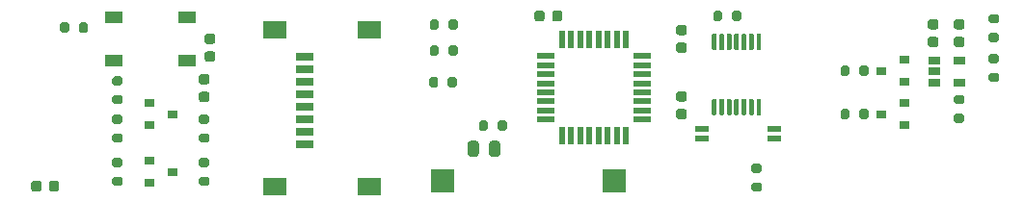
<source format=gbr>
%TF.GenerationSoftware,KiCad,Pcbnew,(5.1.10)-1*%
%TF.CreationDate,2021-07-01T22:03:52-07:00*%
%TF.ProjectId,BivalveBit_RevA,42697661-6c76-4654-9269-745f52657641,A*%
%TF.SameCoordinates,Original*%
%TF.FileFunction,Paste,Top*%
%TF.FilePolarity,Positive*%
%FSLAX46Y46*%
G04 Gerber Fmt 4.6, Leading zero omitted, Abs format (unit mm)*
G04 Created by KiCad (PCBNEW (5.1.10)-1) date 2021-07-01 22:03:52*
%MOMM*%
%LPD*%
G01*
G04 APERTURE LIST*
%ADD10R,0.900000X0.800000*%
%ADD11R,1.060000X0.650000*%
%ADD12R,0.550000X1.600000*%
%ADD13R,1.600000X0.550000*%
%ADD14R,2.000000X2.000000*%
%ADD15R,1.600000X1.000000*%
%ADD16R,2.050000X1.500000*%
%ADD17R,1.500000X0.800000*%
%ADD18R,1.200000X0.600000*%
G04 APERTURE END LIST*
%TO.C,R17*%
G36*
G01*
X189717000Y-127171000D02*
X190267000Y-127171000D01*
G75*
G02*
X190467000Y-127371000I0J-200000D01*
G01*
X190467000Y-127771000D01*
G75*
G02*
X190267000Y-127971000I-200000J0D01*
G01*
X189717000Y-127971000D01*
G75*
G02*
X189517000Y-127771000I0J200000D01*
G01*
X189517000Y-127371000D01*
G75*
G02*
X189717000Y-127171000I200000J0D01*
G01*
G37*
G36*
G01*
X189717000Y-125521000D02*
X190267000Y-125521000D01*
G75*
G02*
X190467000Y-125721000I0J-200000D01*
G01*
X190467000Y-126121000D01*
G75*
G02*
X190267000Y-126321000I-200000J0D01*
G01*
X189717000Y-126321000D01*
G75*
G02*
X189517000Y-126121000I0J200000D01*
G01*
X189517000Y-125721000D01*
G75*
G02*
X189717000Y-125521000I200000J0D01*
G01*
G37*
%TD*%
%TO.C,R16*%
G36*
G01*
X190267000Y-122828000D02*
X189717000Y-122828000D01*
G75*
G02*
X189517000Y-122628000I0J200000D01*
G01*
X189517000Y-122228000D01*
G75*
G02*
X189717000Y-122028000I200000J0D01*
G01*
X190267000Y-122028000D01*
G75*
G02*
X190467000Y-122228000I0J-200000D01*
G01*
X190467000Y-122628000D01*
G75*
G02*
X190267000Y-122828000I-200000J0D01*
G01*
G37*
G36*
G01*
X190267000Y-124478000D02*
X189717000Y-124478000D01*
G75*
G02*
X189517000Y-124278000I0J200000D01*
G01*
X189517000Y-123878000D01*
G75*
G02*
X189717000Y-123678000I200000J0D01*
G01*
X190267000Y-123678000D01*
G75*
G02*
X190467000Y-123878000I0J-200000D01*
G01*
X190467000Y-124278000D01*
G75*
G02*
X190267000Y-124478000I-200000J0D01*
G01*
G37*
%TD*%
D10*
%TO.C,U4*%
X117840000Y-135890000D03*
X115840000Y-136840000D03*
X115840000Y-134940000D03*
%TD*%
D11*
%TO.C,U3*%
X186944000Y-126116000D03*
X186944000Y-128016000D03*
X184744000Y-128016000D03*
X184744000Y-127066000D03*
X184744000Y-126116000D03*
%TD*%
D12*
%TO.C,U2*%
X152072000Y-124242000D03*
X152872000Y-124242000D03*
X153672000Y-124242000D03*
X154472000Y-124242000D03*
X155272000Y-124242000D03*
X156072000Y-124242000D03*
X156872000Y-124242000D03*
X157672000Y-124242000D03*
D13*
X159122000Y-125692000D03*
X159122000Y-126492000D03*
X159122000Y-127292000D03*
X159122000Y-128092000D03*
X159122000Y-128892000D03*
X159122000Y-129692000D03*
X159122000Y-130492000D03*
X159122000Y-131292000D03*
D12*
X157672000Y-132742000D03*
X156872000Y-132742000D03*
X156072000Y-132742000D03*
X155272000Y-132742000D03*
X154472000Y-132742000D03*
X153672000Y-132742000D03*
X152872000Y-132742000D03*
X152072000Y-132742000D03*
D13*
X150622000Y-131292000D03*
X150622000Y-130492000D03*
X150622000Y-129692000D03*
X150622000Y-128892000D03*
X150622000Y-128092000D03*
X150622000Y-127292000D03*
X150622000Y-126492000D03*
X150622000Y-125692000D03*
%TD*%
%TO.C,U1*%
G36*
G01*
X165536000Y-125197500D02*
X165336000Y-125197500D01*
G75*
G02*
X165236000Y-125097500I0J100000D01*
G01*
X165236000Y-123822500D01*
G75*
G02*
X165336000Y-123722500I100000J0D01*
G01*
X165536000Y-123722500D01*
G75*
G02*
X165636000Y-123822500I0J-100000D01*
G01*
X165636000Y-125097500D01*
G75*
G02*
X165536000Y-125197500I-100000J0D01*
G01*
G37*
G36*
G01*
X166186000Y-125197500D02*
X165986000Y-125197500D01*
G75*
G02*
X165886000Y-125097500I0J100000D01*
G01*
X165886000Y-123822500D01*
G75*
G02*
X165986000Y-123722500I100000J0D01*
G01*
X166186000Y-123722500D01*
G75*
G02*
X166286000Y-123822500I0J-100000D01*
G01*
X166286000Y-125097500D01*
G75*
G02*
X166186000Y-125197500I-100000J0D01*
G01*
G37*
G36*
G01*
X166836000Y-125197500D02*
X166636000Y-125197500D01*
G75*
G02*
X166536000Y-125097500I0J100000D01*
G01*
X166536000Y-123822500D01*
G75*
G02*
X166636000Y-123722500I100000J0D01*
G01*
X166836000Y-123722500D01*
G75*
G02*
X166936000Y-123822500I0J-100000D01*
G01*
X166936000Y-125097500D01*
G75*
G02*
X166836000Y-125197500I-100000J0D01*
G01*
G37*
G36*
G01*
X167486000Y-125197500D02*
X167286000Y-125197500D01*
G75*
G02*
X167186000Y-125097500I0J100000D01*
G01*
X167186000Y-123822500D01*
G75*
G02*
X167286000Y-123722500I100000J0D01*
G01*
X167486000Y-123722500D01*
G75*
G02*
X167586000Y-123822500I0J-100000D01*
G01*
X167586000Y-125097500D01*
G75*
G02*
X167486000Y-125197500I-100000J0D01*
G01*
G37*
G36*
G01*
X168136000Y-125197500D02*
X167936000Y-125197500D01*
G75*
G02*
X167836000Y-125097500I0J100000D01*
G01*
X167836000Y-123822500D01*
G75*
G02*
X167936000Y-123722500I100000J0D01*
G01*
X168136000Y-123722500D01*
G75*
G02*
X168236000Y-123822500I0J-100000D01*
G01*
X168236000Y-125097500D01*
G75*
G02*
X168136000Y-125197500I-100000J0D01*
G01*
G37*
G36*
G01*
X168786000Y-125197500D02*
X168586000Y-125197500D01*
G75*
G02*
X168486000Y-125097500I0J100000D01*
G01*
X168486000Y-123822500D01*
G75*
G02*
X168586000Y-123722500I100000J0D01*
G01*
X168786000Y-123722500D01*
G75*
G02*
X168886000Y-123822500I0J-100000D01*
G01*
X168886000Y-125097500D01*
G75*
G02*
X168786000Y-125197500I-100000J0D01*
G01*
G37*
G36*
G01*
X169436000Y-125197500D02*
X169236000Y-125197500D01*
G75*
G02*
X169136000Y-125097500I0J100000D01*
G01*
X169136000Y-123822500D01*
G75*
G02*
X169236000Y-123722500I100000J0D01*
G01*
X169436000Y-123722500D01*
G75*
G02*
X169536000Y-123822500I0J-100000D01*
G01*
X169536000Y-125097500D01*
G75*
G02*
X169436000Y-125197500I-100000J0D01*
G01*
G37*
G36*
G01*
X169436000Y-130922500D02*
X169236000Y-130922500D01*
G75*
G02*
X169136000Y-130822500I0J100000D01*
G01*
X169136000Y-129547500D01*
G75*
G02*
X169236000Y-129447500I100000J0D01*
G01*
X169436000Y-129447500D01*
G75*
G02*
X169536000Y-129547500I0J-100000D01*
G01*
X169536000Y-130822500D01*
G75*
G02*
X169436000Y-130922500I-100000J0D01*
G01*
G37*
G36*
G01*
X168786000Y-130922500D02*
X168586000Y-130922500D01*
G75*
G02*
X168486000Y-130822500I0J100000D01*
G01*
X168486000Y-129547500D01*
G75*
G02*
X168586000Y-129447500I100000J0D01*
G01*
X168786000Y-129447500D01*
G75*
G02*
X168886000Y-129547500I0J-100000D01*
G01*
X168886000Y-130822500D01*
G75*
G02*
X168786000Y-130922500I-100000J0D01*
G01*
G37*
G36*
G01*
X168136000Y-130922500D02*
X167936000Y-130922500D01*
G75*
G02*
X167836000Y-130822500I0J100000D01*
G01*
X167836000Y-129547500D01*
G75*
G02*
X167936000Y-129447500I100000J0D01*
G01*
X168136000Y-129447500D01*
G75*
G02*
X168236000Y-129547500I0J-100000D01*
G01*
X168236000Y-130822500D01*
G75*
G02*
X168136000Y-130922500I-100000J0D01*
G01*
G37*
G36*
G01*
X167486000Y-130922500D02*
X167286000Y-130922500D01*
G75*
G02*
X167186000Y-130822500I0J100000D01*
G01*
X167186000Y-129547500D01*
G75*
G02*
X167286000Y-129447500I100000J0D01*
G01*
X167486000Y-129447500D01*
G75*
G02*
X167586000Y-129547500I0J-100000D01*
G01*
X167586000Y-130822500D01*
G75*
G02*
X167486000Y-130922500I-100000J0D01*
G01*
G37*
G36*
G01*
X166836000Y-130922500D02*
X166636000Y-130922500D01*
G75*
G02*
X166536000Y-130822500I0J100000D01*
G01*
X166536000Y-129547500D01*
G75*
G02*
X166636000Y-129447500I100000J0D01*
G01*
X166836000Y-129447500D01*
G75*
G02*
X166936000Y-129547500I0J-100000D01*
G01*
X166936000Y-130822500D01*
G75*
G02*
X166836000Y-130922500I-100000J0D01*
G01*
G37*
G36*
G01*
X166186000Y-130922500D02*
X165986000Y-130922500D01*
G75*
G02*
X165886000Y-130822500I0J100000D01*
G01*
X165886000Y-129547500D01*
G75*
G02*
X165986000Y-129447500I100000J0D01*
G01*
X166186000Y-129447500D01*
G75*
G02*
X166286000Y-129547500I0J-100000D01*
G01*
X166286000Y-130822500D01*
G75*
G02*
X166186000Y-130922500I-100000J0D01*
G01*
G37*
G36*
G01*
X165536000Y-130922500D02*
X165336000Y-130922500D01*
G75*
G02*
X165236000Y-130822500I0J100000D01*
G01*
X165236000Y-129547500D01*
G75*
G02*
X165336000Y-129447500I100000J0D01*
G01*
X165536000Y-129447500D01*
G75*
G02*
X165636000Y-129547500I0J-100000D01*
G01*
X165636000Y-130822500D01*
G75*
G02*
X165536000Y-130922500I-100000J0D01*
G01*
G37*
%TD*%
D14*
%TO.C,SW2*%
X156658000Y-136652000D03*
X141538000Y-136652000D03*
%TD*%
D15*
%TO.C,RESET*%
X119126000Y-126106000D03*
X112726000Y-126106000D03*
X119126000Y-122306000D03*
X112726000Y-122306000D03*
%TD*%
%TO.C,R15*%
G36*
G01*
X168889000Y-136823000D02*
X169439000Y-136823000D01*
G75*
G02*
X169639000Y-137023000I0J-200000D01*
G01*
X169639000Y-137423000D01*
G75*
G02*
X169439000Y-137623000I-200000J0D01*
G01*
X168889000Y-137623000D01*
G75*
G02*
X168689000Y-137423000I0J200000D01*
G01*
X168689000Y-137023000D01*
G75*
G02*
X168889000Y-136823000I200000J0D01*
G01*
G37*
G36*
G01*
X168889000Y-135173000D02*
X169439000Y-135173000D01*
G75*
G02*
X169639000Y-135373000I0J-200000D01*
G01*
X169639000Y-135773000D01*
G75*
G02*
X169439000Y-135973000I-200000J0D01*
G01*
X168889000Y-135973000D01*
G75*
G02*
X168689000Y-135773000I0J200000D01*
G01*
X168689000Y-135373000D01*
G75*
G02*
X168889000Y-135173000I200000J0D01*
G01*
G37*
%TD*%
%TO.C,R14*%
G36*
G01*
X186669000Y-130790000D02*
X187219000Y-130790000D01*
G75*
G02*
X187419000Y-130990000I0J-200000D01*
G01*
X187419000Y-131390000D01*
G75*
G02*
X187219000Y-131590000I-200000J0D01*
G01*
X186669000Y-131590000D01*
G75*
G02*
X186469000Y-131390000I0J200000D01*
G01*
X186469000Y-130990000D01*
G75*
G02*
X186669000Y-130790000I200000J0D01*
G01*
G37*
G36*
G01*
X186669000Y-129140000D02*
X187219000Y-129140000D01*
G75*
G02*
X187419000Y-129340000I0J-200000D01*
G01*
X187419000Y-129740000D01*
G75*
G02*
X187219000Y-129940000I-200000J0D01*
G01*
X186669000Y-129940000D01*
G75*
G02*
X186469000Y-129740000I0J200000D01*
G01*
X186469000Y-129340000D01*
G75*
G02*
X186669000Y-129140000I200000J0D01*
G01*
G37*
%TD*%
%TO.C,R13*%
G36*
G01*
X113305000Y-128290000D02*
X112755000Y-128290000D01*
G75*
G02*
X112555000Y-128090000I0J200000D01*
G01*
X112555000Y-127690000D01*
G75*
G02*
X112755000Y-127490000I200000J0D01*
G01*
X113305000Y-127490000D01*
G75*
G02*
X113505000Y-127690000I0J-200000D01*
G01*
X113505000Y-128090000D01*
G75*
G02*
X113305000Y-128290000I-200000J0D01*
G01*
G37*
G36*
G01*
X113305000Y-129940000D02*
X112755000Y-129940000D01*
G75*
G02*
X112555000Y-129740000I0J200000D01*
G01*
X112555000Y-129340000D01*
G75*
G02*
X112755000Y-129140000I200000J0D01*
G01*
X113305000Y-129140000D01*
G75*
G02*
X113505000Y-129340000I0J-200000D01*
G01*
X113505000Y-129740000D01*
G75*
G02*
X113305000Y-129940000I-200000J0D01*
G01*
G37*
%TD*%
%TO.C,R12*%
G36*
G01*
X120925000Y-131655000D02*
X120375000Y-131655000D01*
G75*
G02*
X120175000Y-131455000I0J200000D01*
G01*
X120175000Y-131055000D01*
G75*
G02*
X120375000Y-130855000I200000J0D01*
G01*
X120925000Y-130855000D01*
G75*
G02*
X121125000Y-131055000I0J-200000D01*
G01*
X121125000Y-131455000D01*
G75*
G02*
X120925000Y-131655000I-200000J0D01*
G01*
G37*
G36*
G01*
X120925000Y-133305000D02*
X120375000Y-133305000D01*
G75*
G02*
X120175000Y-133105000I0J200000D01*
G01*
X120175000Y-132705000D01*
G75*
G02*
X120375000Y-132505000I200000J0D01*
G01*
X120925000Y-132505000D01*
G75*
G02*
X121125000Y-132705000I0J-200000D01*
G01*
X121125000Y-133105000D01*
G75*
G02*
X120925000Y-133305000I-200000J0D01*
G01*
G37*
%TD*%
%TO.C,R11*%
G36*
G01*
X113305000Y-131655000D02*
X112755000Y-131655000D01*
G75*
G02*
X112555000Y-131455000I0J200000D01*
G01*
X112555000Y-131055000D01*
G75*
G02*
X112755000Y-130855000I200000J0D01*
G01*
X113305000Y-130855000D01*
G75*
G02*
X113505000Y-131055000I0J-200000D01*
G01*
X113505000Y-131455000D01*
G75*
G02*
X113305000Y-131655000I-200000J0D01*
G01*
G37*
G36*
G01*
X113305000Y-133305000D02*
X112755000Y-133305000D01*
G75*
G02*
X112555000Y-133105000I0J200000D01*
G01*
X112555000Y-132705000D01*
G75*
G02*
X112755000Y-132505000I200000J0D01*
G01*
X113305000Y-132505000D01*
G75*
G02*
X113505000Y-132705000I0J-200000D01*
G01*
X113505000Y-133105000D01*
G75*
G02*
X113305000Y-133305000I-200000J0D01*
G01*
G37*
%TD*%
%TO.C,R10*%
G36*
G01*
X120925000Y-135465000D02*
X120375000Y-135465000D01*
G75*
G02*
X120175000Y-135265000I0J200000D01*
G01*
X120175000Y-134865000D01*
G75*
G02*
X120375000Y-134665000I200000J0D01*
G01*
X120925000Y-134665000D01*
G75*
G02*
X121125000Y-134865000I0J-200000D01*
G01*
X121125000Y-135265000D01*
G75*
G02*
X120925000Y-135465000I-200000J0D01*
G01*
G37*
G36*
G01*
X120925000Y-137115000D02*
X120375000Y-137115000D01*
G75*
G02*
X120175000Y-136915000I0J200000D01*
G01*
X120175000Y-136515000D01*
G75*
G02*
X120375000Y-136315000I200000J0D01*
G01*
X120925000Y-136315000D01*
G75*
G02*
X121125000Y-136515000I0J-200000D01*
G01*
X121125000Y-136915000D01*
G75*
G02*
X120925000Y-137115000I-200000J0D01*
G01*
G37*
%TD*%
%TO.C,R9*%
G36*
G01*
X113305000Y-135465000D02*
X112755000Y-135465000D01*
G75*
G02*
X112555000Y-135265000I0J200000D01*
G01*
X112555000Y-134865000D01*
G75*
G02*
X112755000Y-134665000I200000J0D01*
G01*
X113305000Y-134665000D01*
G75*
G02*
X113505000Y-134865000I0J-200000D01*
G01*
X113505000Y-135265000D01*
G75*
G02*
X113305000Y-135465000I-200000J0D01*
G01*
G37*
G36*
G01*
X113305000Y-137115000D02*
X112755000Y-137115000D01*
G75*
G02*
X112555000Y-136915000I0J200000D01*
G01*
X112555000Y-136515000D01*
G75*
G02*
X112755000Y-136315000I200000J0D01*
G01*
X113305000Y-136315000D01*
G75*
G02*
X113505000Y-136515000I0J-200000D01*
G01*
X113505000Y-136915000D01*
G75*
G02*
X113305000Y-137115000I-200000J0D01*
G01*
G37*
%TD*%
%TO.C,R8*%
G36*
G01*
X141244000Y-122661000D02*
X141244000Y-123211000D01*
G75*
G02*
X141044000Y-123411000I-200000J0D01*
G01*
X140644000Y-123411000D01*
G75*
G02*
X140444000Y-123211000I0J200000D01*
G01*
X140444000Y-122661000D01*
G75*
G02*
X140644000Y-122461000I200000J0D01*
G01*
X141044000Y-122461000D01*
G75*
G02*
X141244000Y-122661000I0J-200000D01*
G01*
G37*
G36*
G01*
X142894000Y-122661000D02*
X142894000Y-123211000D01*
G75*
G02*
X142694000Y-123411000I-200000J0D01*
G01*
X142294000Y-123411000D01*
G75*
G02*
X142094000Y-123211000I0J200000D01*
G01*
X142094000Y-122661000D01*
G75*
G02*
X142294000Y-122461000I200000J0D01*
G01*
X142694000Y-122461000D01*
G75*
G02*
X142894000Y-122661000I0J-200000D01*
G01*
G37*
%TD*%
%TO.C,R7*%
G36*
G01*
X145562000Y-131551000D02*
X145562000Y-132101000D01*
G75*
G02*
X145362000Y-132301000I-200000J0D01*
G01*
X144962000Y-132301000D01*
G75*
G02*
X144762000Y-132101000I0J200000D01*
G01*
X144762000Y-131551000D01*
G75*
G02*
X144962000Y-131351000I200000J0D01*
G01*
X145362000Y-131351000D01*
G75*
G02*
X145562000Y-131551000I0J-200000D01*
G01*
G37*
G36*
G01*
X147212000Y-131551000D02*
X147212000Y-132101000D01*
G75*
G02*
X147012000Y-132301000I-200000J0D01*
G01*
X146612000Y-132301000D01*
G75*
G02*
X146412000Y-132101000I0J200000D01*
G01*
X146412000Y-131551000D01*
G75*
G02*
X146612000Y-131351000I200000J0D01*
G01*
X147012000Y-131351000D01*
G75*
G02*
X147212000Y-131551000I0J-200000D01*
G01*
G37*
%TD*%
%TO.C,R6*%
G36*
G01*
X141244000Y-124947000D02*
X141244000Y-125497000D01*
G75*
G02*
X141044000Y-125697000I-200000J0D01*
G01*
X140644000Y-125697000D01*
G75*
G02*
X140444000Y-125497000I0J200000D01*
G01*
X140444000Y-124947000D01*
G75*
G02*
X140644000Y-124747000I200000J0D01*
G01*
X141044000Y-124747000D01*
G75*
G02*
X141244000Y-124947000I0J-200000D01*
G01*
G37*
G36*
G01*
X142894000Y-124947000D02*
X142894000Y-125497000D01*
G75*
G02*
X142694000Y-125697000I-200000J0D01*
G01*
X142294000Y-125697000D01*
G75*
G02*
X142094000Y-125497000I0J200000D01*
G01*
X142094000Y-124947000D01*
G75*
G02*
X142294000Y-124747000I200000J0D01*
G01*
X142694000Y-124747000D01*
G75*
G02*
X142894000Y-124947000I0J-200000D01*
G01*
G37*
%TD*%
%TO.C,R5*%
G36*
G01*
X178162000Y-131085000D02*
X178162000Y-130535000D01*
G75*
G02*
X178362000Y-130335000I200000J0D01*
G01*
X178762000Y-130335000D01*
G75*
G02*
X178962000Y-130535000I0J-200000D01*
G01*
X178962000Y-131085000D01*
G75*
G02*
X178762000Y-131285000I-200000J0D01*
G01*
X178362000Y-131285000D01*
G75*
G02*
X178162000Y-131085000I0J200000D01*
G01*
G37*
G36*
G01*
X176512000Y-131085000D02*
X176512000Y-130535000D01*
G75*
G02*
X176712000Y-130335000I200000J0D01*
G01*
X177112000Y-130335000D01*
G75*
G02*
X177312000Y-130535000I0J-200000D01*
G01*
X177312000Y-131085000D01*
G75*
G02*
X177112000Y-131285000I-200000J0D01*
G01*
X176712000Y-131285000D01*
G75*
G02*
X176512000Y-131085000I0J200000D01*
G01*
G37*
%TD*%
%TO.C,R4*%
G36*
G01*
X178162000Y-127275000D02*
X178162000Y-126725000D01*
G75*
G02*
X178362000Y-126525000I200000J0D01*
G01*
X178762000Y-126525000D01*
G75*
G02*
X178962000Y-126725000I0J-200000D01*
G01*
X178962000Y-127275000D01*
G75*
G02*
X178762000Y-127475000I-200000J0D01*
G01*
X178362000Y-127475000D01*
G75*
G02*
X178162000Y-127275000I0J200000D01*
G01*
G37*
G36*
G01*
X176512000Y-127275000D02*
X176512000Y-126725000D01*
G75*
G02*
X176712000Y-126525000I200000J0D01*
G01*
X177112000Y-126525000D01*
G75*
G02*
X177312000Y-126725000I0J-200000D01*
G01*
X177312000Y-127275000D01*
G75*
G02*
X177112000Y-127475000I-200000J0D01*
G01*
X176712000Y-127475000D01*
G75*
G02*
X176512000Y-127275000I0J200000D01*
G01*
G37*
%TD*%
%TO.C,R3*%
G36*
G01*
X142039772Y-128287720D02*
X142039772Y-127737720D01*
G75*
G02*
X142239772Y-127537720I200000J0D01*
G01*
X142639772Y-127537720D01*
G75*
G02*
X142839772Y-127737720I0J-200000D01*
G01*
X142839772Y-128287720D01*
G75*
G02*
X142639772Y-128487720I-200000J0D01*
G01*
X142239772Y-128487720D01*
G75*
G02*
X142039772Y-128287720I0J200000D01*
G01*
G37*
G36*
G01*
X140389772Y-128287720D02*
X140389772Y-127737720D01*
G75*
G02*
X140589772Y-127537720I200000J0D01*
G01*
X140989772Y-127537720D01*
G75*
G02*
X141189772Y-127737720I0J-200000D01*
G01*
X141189772Y-128287720D01*
G75*
G02*
X140989772Y-128487720I-200000J0D01*
G01*
X140589772Y-128487720D01*
G75*
G02*
X140389772Y-128287720I0J200000D01*
G01*
G37*
%TD*%
%TO.C,R2*%
G36*
G01*
X109645000Y-123465000D02*
X109645000Y-122915000D01*
G75*
G02*
X109845000Y-122715000I200000J0D01*
G01*
X110245000Y-122715000D01*
G75*
G02*
X110445000Y-122915000I0J-200000D01*
G01*
X110445000Y-123465000D01*
G75*
G02*
X110245000Y-123665000I-200000J0D01*
G01*
X109845000Y-123665000D01*
G75*
G02*
X109645000Y-123465000I0J200000D01*
G01*
G37*
G36*
G01*
X107995000Y-123465000D02*
X107995000Y-122915000D01*
G75*
G02*
X108195000Y-122715000I200000J0D01*
G01*
X108595000Y-122715000D01*
G75*
G02*
X108795000Y-122915000I0J-200000D01*
G01*
X108795000Y-123465000D01*
G75*
G02*
X108595000Y-123665000I-200000J0D01*
G01*
X108195000Y-123665000D01*
G75*
G02*
X107995000Y-123465000I0J200000D01*
G01*
G37*
%TD*%
%TO.C,R1*%
G36*
G01*
X166986000Y-122449000D02*
X166986000Y-121899000D01*
G75*
G02*
X167186000Y-121699000I200000J0D01*
G01*
X167586000Y-121699000D01*
G75*
G02*
X167786000Y-121899000I0J-200000D01*
G01*
X167786000Y-122449000D01*
G75*
G02*
X167586000Y-122649000I-200000J0D01*
G01*
X167186000Y-122649000D01*
G75*
G02*
X166986000Y-122449000I0J200000D01*
G01*
G37*
G36*
G01*
X165336000Y-122449000D02*
X165336000Y-121899000D01*
G75*
G02*
X165536000Y-121699000I200000J0D01*
G01*
X165936000Y-121699000D01*
G75*
G02*
X166136000Y-121899000I0J-200000D01*
G01*
X166136000Y-122449000D01*
G75*
G02*
X165936000Y-122649000I-200000J0D01*
G01*
X165536000Y-122649000D01*
G75*
G02*
X165336000Y-122449000I0J200000D01*
G01*
G37*
%TD*%
D10*
%TO.C,Q3*%
X117840000Y-130810000D03*
X115840000Y-131760000D03*
X115840000Y-129860000D03*
%TD*%
%TO.C,Q2*%
X180118000Y-130810000D03*
X182118000Y-129860000D03*
X182118000Y-131760000D03*
%TD*%
%TO.C,Q1*%
X180118000Y-127000000D03*
X182118000Y-126050000D03*
X182118000Y-127950000D03*
%TD*%
D16*
%TO.C,microSD*%
X126872000Y-123427000D03*
X135172000Y-123427000D03*
X135172000Y-137177000D03*
X126872000Y-137177000D03*
D17*
X129472000Y-125802000D03*
X129472000Y-126902000D03*
X129472000Y-128002000D03*
X129472000Y-129102000D03*
X129472000Y-130202000D03*
X129472000Y-131302000D03*
X129472000Y-132402000D03*
X129472000Y-133502000D03*
%TD*%
%TO.C,D1*%
G36*
G01*
X145659500Y-134314250D02*
X145659500Y-133401750D01*
G75*
G02*
X145903250Y-133158000I243750J0D01*
G01*
X146390750Y-133158000D01*
G75*
G02*
X146634500Y-133401750I0J-243750D01*
G01*
X146634500Y-134314250D01*
G75*
G02*
X146390750Y-134558000I-243750J0D01*
G01*
X145903250Y-134558000D01*
G75*
G02*
X145659500Y-134314250I0J243750D01*
G01*
G37*
G36*
G01*
X143784500Y-134314250D02*
X143784500Y-133401750D01*
G75*
G02*
X144028250Y-133158000I243750J0D01*
G01*
X144515750Y-133158000D01*
G75*
G02*
X144759500Y-133401750I0J-243750D01*
G01*
X144759500Y-134314250D01*
G75*
G02*
X144515750Y-134558000I-243750J0D01*
G01*
X144028250Y-134558000D01*
G75*
G02*
X143784500Y-134314250I0J243750D01*
G01*
G37*
%TD*%
D18*
%TO.C,32.768kHz*%
X164388000Y-132080000D03*
X170688000Y-132080000D03*
X170688000Y-132980000D03*
X164388000Y-132980000D03*
%TD*%
%TO.C,C8*%
G36*
G01*
X150538000Y-121924000D02*
X150538000Y-122424000D01*
G75*
G02*
X150313000Y-122649000I-225000J0D01*
G01*
X149863000Y-122649000D01*
G75*
G02*
X149638000Y-122424000I0J225000D01*
G01*
X149638000Y-121924000D01*
G75*
G02*
X149863000Y-121699000I225000J0D01*
G01*
X150313000Y-121699000D01*
G75*
G02*
X150538000Y-121924000I0J-225000D01*
G01*
G37*
G36*
G01*
X152088000Y-121924000D02*
X152088000Y-122424000D01*
G75*
G02*
X151863000Y-122649000I-225000J0D01*
G01*
X151413000Y-122649000D01*
G75*
G02*
X151188000Y-122424000I0J225000D01*
G01*
X151188000Y-121924000D01*
G75*
G02*
X151413000Y-121699000I225000J0D01*
G01*
X151863000Y-121699000D01*
G75*
G02*
X152088000Y-121924000I0J-225000D01*
G01*
G37*
%TD*%
%TO.C,C7*%
G36*
G01*
X121408000Y-124643000D02*
X120908000Y-124643000D01*
G75*
G02*
X120683000Y-124418000I0J225000D01*
G01*
X120683000Y-123968000D01*
G75*
G02*
X120908000Y-123743000I225000J0D01*
G01*
X121408000Y-123743000D01*
G75*
G02*
X121633000Y-123968000I0J-225000D01*
G01*
X121633000Y-124418000D01*
G75*
G02*
X121408000Y-124643000I-225000J0D01*
G01*
G37*
G36*
G01*
X121408000Y-126193000D02*
X120908000Y-126193000D01*
G75*
G02*
X120683000Y-125968000I0J225000D01*
G01*
X120683000Y-125518000D01*
G75*
G02*
X120908000Y-125293000I225000J0D01*
G01*
X121408000Y-125293000D01*
G75*
G02*
X121633000Y-125518000I0J-225000D01*
G01*
X121633000Y-125968000D01*
G75*
G02*
X121408000Y-126193000I-225000J0D01*
G01*
G37*
%TD*%
%TO.C,C6*%
G36*
G01*
X120400000Y-128849000D02*
X120900000Y-128849000D01*
G75*
G02*
X121125000Y-129074000I0J-225000D01*
G01*
X121125000Y-129524000D01*
G75*
G02*
X120900000Y-129749000I-225000J0D01*
G01*
X120400000Y-129749000D01*
G75*
G02*
X120175000Y-129524000I0J225000D01*
G01*
X120175000Y-129074000D01*
G75*
G02*
X120400000Y-128849000I225000J0D01*
G01*
G37*
G36*
G01*
X120400000Y-127299000D02*
X120900000Y-127299000D01*
G75*
G02*
X121125000Y-127524000I0J-225000D01*
G01*
X121125000Y-127974000D01*
G75*
G02*
X120900000Y-128199000I-225000J0D01*
G01*
X120400000Y-128199000D01*
G75*
G02*
X120175000Y-127974000I0J225000D01*
G01*
X120175000Y-127524000D01*
G75*
G02*
X120400000Y-127299000I225000J0D01*
G01*
G37*
%TD*%
%TO.C,C5*%
G36*
G01*
X187194000Y-123360000D02*
X186694000Y-123360000D01*
G75*
G02*
X186469000Y-123135000I0J225000D01*
G01*
X186469000Y-122685000D01*
G75*
G02*
X186694000Y-122460000I225000J0D01*
G01*
X187194000Y-122460000D01*
G75*
G02*
X187419000Y-122685000I0J-225000D01*
G01*
X187419000Y-123135000D01*
G75*
G02*
X187194000Y-123360000I-225000J0D01*
G01*
G37*
G36*
G01*
X187194000Y-124910000D02*
X186694000Y-124910000D01*
G75*
G02*
X186469000Y-124685000I0J225000D01*
G01*
X186469000Y-124235000D01*
G75*
G02*
X186694000Y-124010000I225000J0D01*
G01*
X187194000Y-124010000D01*
G75*
G02*
X187419000Y-124235000I0J-225000D01*
G01*
X187419000Y-124685000D01*
G75*
G02*
X187194000Y-124910000I-225000J0D01*
G01*
G37*
%TD*%
%TO.C,C4*%
G36*
G01*
X162810000Y-129710000D02*
X162310000Y-129710000D01*
G75*
G02*
X162085000Y-129485000I0J225000D01*
G01*
X162085000Y-129035000D01*
G75*
G02*
X162310000Y-128810000I225000J0D01*
G01*
X162810000Y-128810000D01*
G75*
G02*
X163035000Y-129035000I0J-225000D01*
G01*
X163035000Y-129485000D01*
G75*
G02*
X162810000Y-129710000I-225000J0D01*
G01*
G37*
G36*
G01*
X162810000Y-131260000D02*
X162310000Y-131260000D01*
G75*
G02*
X162085000Y-131035000I0J225000D01*
G01*
X162085000Y-130585000D01*
G75*
G02*
X162310000Y-130360000I225000J0D01*
G01*
X162810000Y-130360000D01*
G75*
G02*
X163035000Y-130585000I0J-225000D01*
G01*
X163035000Y-131035000D01*
G75*
G02*
X162810000Y-131260000I-225000J0D01*
G01*
G37*
%TD*%
%TO.C,C3*%
G36*
G01*
X184908000Y-123360000D02*
X184408000Y-123360000D01*
G75*
G02*
X184183000Y-123135000I0J225000D01*
G01*
X184183000Y-122685000D01*
G75*
G02*
X184408000Y-122460000I225000J0D01*
G01*
X184908000Y-122460000D01*
G75*
G02*
X185133000Y-122685000I0J-225000D01*
G01*
X185133000Y-123135000D01*
G75*
G02*
X184908000Y-123360000I-225000J0D01*
G01*
G37*
G36*
G01*
X184908000Y-124910000D02*
X184408000Y-124910000D01*
G75*
G02*
X184183000Y-124685000I0J225000D01*
G01*
X184183000Y-124235000D01*
G75*
G02*
X184408000Y-124010000I225000J0D01*
G01*
X184908000Y-124010000D01*
G75*
G02*
X185133000Y-124235000I0J-225000D01*
G01*
X185133000Y-124685000D01*
G75*
G02*
X184908000Y-124910000I-225000J0D01*
G01*
G37*
%TD*%
%TO.C,C2*%
G36*
G01*
X107005000Y-137410000D02*
X107005000Y-136910000D01*
G75*
G02*
X107230000Y-136685000I225000J0D01*
G01*
X107680000Y-136685000D01*
G75*
G02*
X107905000Y-136910000I0J-225000D01*
G01*
X107905000Y-137410000D01*
G75*
G02*
X107680000Y-137635000I-225000J0D01*
G01*
X107230000Y-137635000D01*
G75*
G02*
X107005000Y-137410000I0J225000D01*
G01*
G37*
G36*
G01*
X105455000Y-137410000D02*
X105455000Y-136910000D01*
G75*
G02*
X105680000Y-136685000I225000J0D01*
G01*
X106130000Y-136685000D01*
G75*
G02*
X106355000Y-136910000I0J-225000D01*
G01*
X106355000Y-137410000D01*
G75*
G02*
X106130000Y-137635000I-225000J0D01*
G01*
X105680000Y-137635000D01*
G75*
G02*
X105455000Y-137410000I0J225000D01*
G01*
G37*
%TD*%
%TO.C,C1*%
G36*
G01*
X162310000Y-124518000D02*
X162810000Y-124518000D01*
G75*
G02*
X163035000Y-124743000I0J-225000D01*
G01*
X163035000Y-125193000D01*
G75*
G02*
X162810000Y-125418000I-225000J0D01*
G01*
X162310000Y-125418000D01*
G75*
G02*
X162085000Y-125193000I0J225000D01*
G01*
X162085000Y-124743000D01*
G75*
G02*
X162310000Y-124518000I225000J0D01*
G01*
G37*
G36*
G01*
X162310000Y-122968000D02*
X162810000Y-122968000D01*
G75*
G02*
X163035000Y-123193000I0J-225000D01*
G01*
X163035000Y-123643000D01*
G75*
G02*
X162810000Y-123868000I-225000J0D01*
G01*
X162310000Y-123868000D01*
G75*
G02*
X162085000Y-123643000I0J225000D01*
G01*
X162085000Y-123193000D01*
G75*
G02*
X162310000Y-122968000I225000J0D01*
G01*
G37*
%TD*%
M02*

</source>
